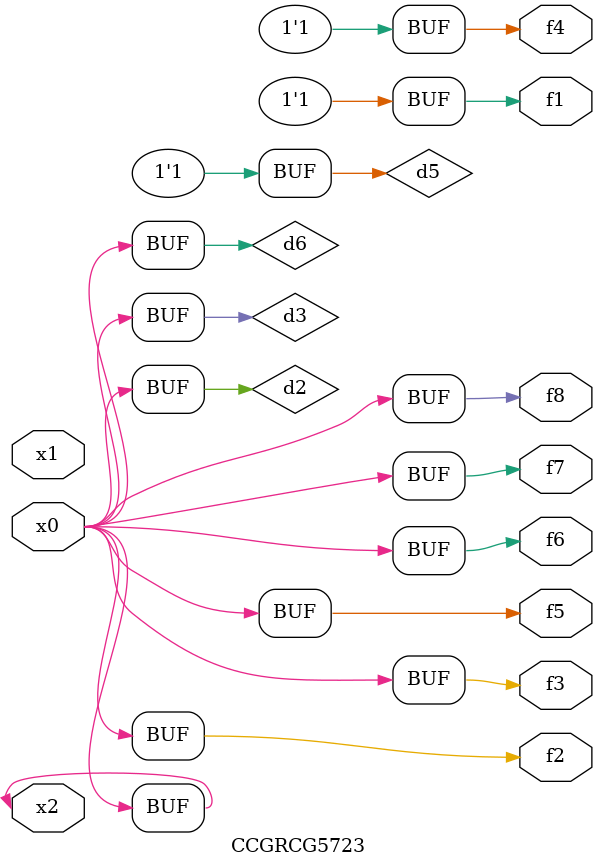
<source format=v>
module CCGRCG5723(
	input x0, x1, x2,
	output f1, f2, f3, f4, f5, f6, f7, f8
);

	wire d1, d2, d3, d4, d5, d6;

	xnor (d1, x2);
	buf (d2, x0, x2);
	and (d3, x0);
	xnor (d4, x1, x2);
	nand (d5, d1, d3);
	buf (d6, d2, d3);
	assign f1 = d5;
	assign f2 = d6;
	assign f3 = d6;
	assign f4 = d5;
	assign f5 = d6;
	assign f6 = d6;
	assign f7 = d6;
	assign f8 = d6;
endmodule

</source>
